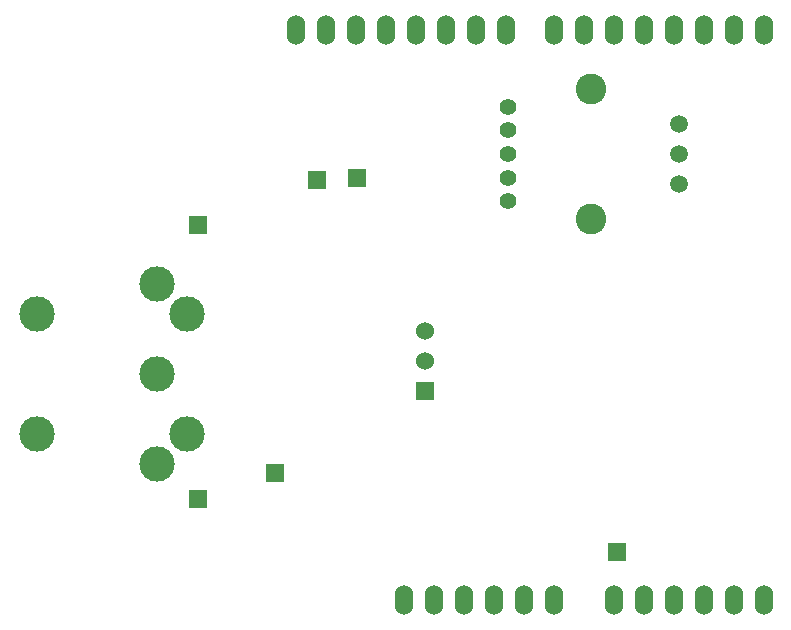
<source format=gbs>
%FSLAX34Y34*%
G04 Gerber Fmt 3.4, Leading zero omitted, Abs format*
G04 (created by PCBNEW (2014-02-26 BZR 4721)-product) date Wednesday, 20 August 2014 20:09:21*
%MOIN*%
G01*
G70*
G90*
G04 APERTURE LIST*
%ADD10C,0.005906*%
%ADD11O,0.060000X0.100000*%
%ADD12C,0.055118*%
%ADD13C,0.059055*%
%ADD14C,0.102362*%
%ADD15R,0.060000X0.060000*%
%ADD16C,0.060000*%
%ADD17C,0.118110*%
G04 APERTURE END LIST*
G54D10*
G54D11*
X56456Y-30614D03*
X55456Y-30614D03*
X54456Y-30614D03*
X51456Y-30614D03*
X52456Y-30614D03*
X53456Y-30614D03*
X49456Y-30614D03*
X48456Y-30614D03*
X47456Y-30614D03*
X45456Y-30614D03*
X44456Y-30614D03*
X56456Y-11614D03*
X55456Y-11614D03*
X54456Y-11614D03*
X53456Y-11614D03*
X52456Y-11614D03*
X51456Y-11614D03*
X50456Y-11614D03*
X49456Y-11614D03*
X47856Y-11614D03*
X46856Y-11614D03*
X45856Y-11614D03*
X44856Y-11614D03*
X43856Y-11614D03*
X42856Y-11614D03*
X41856Y-11614D03*
X40856Y-11614D03*
X46456Y-30614D03*
G54D12*
X47933Y-17322D03*
X47933Y-16535D03*
X47933Y-15748D03*
X47933Y-14960D03*
X47933Y-14173D03*
G54D13*
X53641Y-16732D03*
X53641Y-15748D03*
X53641Y-14763D03*
G54D14*
X50688Y-17913D03*
X50688Y-13582D03*
G54D15*
X45177Y-23637D03*
G54D16*
X45177Y-22637D03*
X45177Y-21637D03*
G54D15*
X41574Y-16614D03*
X37598Y-18110D03*
X37598Y-27244D03*
X40157Y-26377D03*
X42913Y-16535D03*
X51574Y-29015D03*
G54D17*
X32220Y-25070D03*
X32220Y-21070D03*
X36220Y-20070D03*
X37220Y-21070D03*
X36220Y-23070D03*
X37220Y-25070D03*
X36220Y-26070D03*
M02*

</source>
